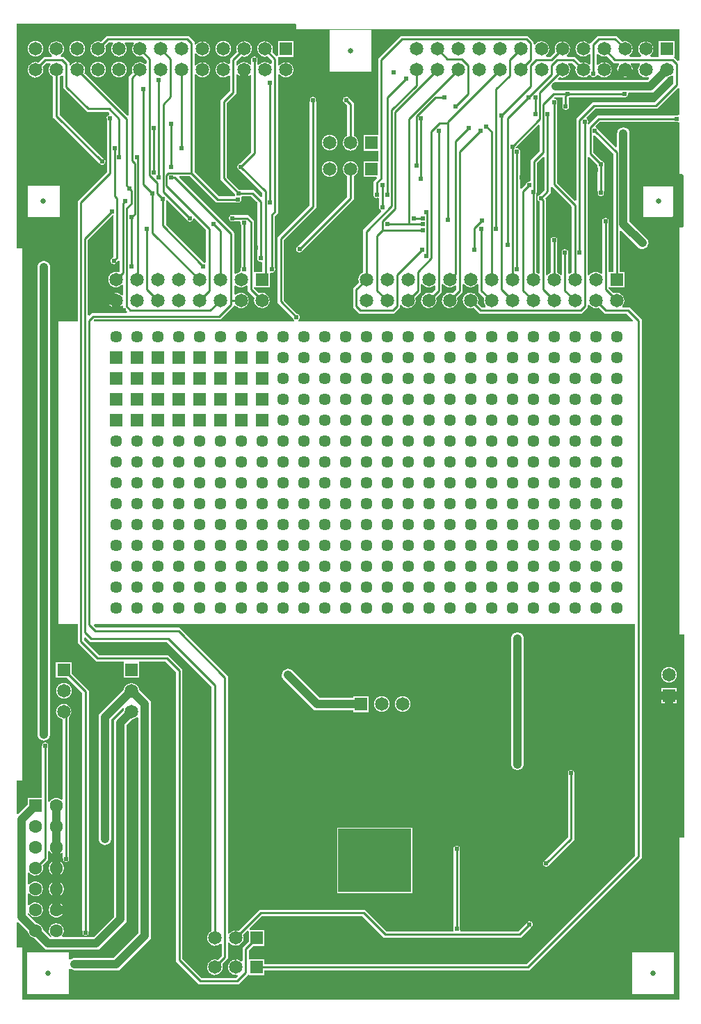
<source format=gbr>
G04 ================== begin FILE IDENTIFICATION RECORD ==================*
G04 Layout Name:  mlpmcu-Rev1.9.brd*
G04 Film Name:    LaPi-BOTTOM-Rev1-9-Final*
G04 File Format:  Gerber RS274X*
G04 File Origin:  Cadence Allegro 16.5-P002*
G04 Origin Date:  Wed Apr 10 14:32:15 2013*
G04 *
G04 Layer:  ETCH/BOTTOM*
G04 Layer:  PIN/BOTTOM*
G04 Layer:  VIA CLASS/BOTTOM*
G04 *
G04 Offset:    (0.00 0.00)*
G04 Mirror:    No*
G04 Mode:      Positive*
G04 Rotation:  0*
G04 FullContactRelief:  No*
G04 UndefLineWidth:     5.00*
G04 ================== end FILE IDENTIFICATION RECORD ====================*
%FSAX25Y25*MOIN*%
%IR0*IPPOS*OFA0.00000B0.00000*MIA0B0*SFA1.00000B1.00000*%
%ADD18C,.02*%
%ADD12C,.024*%
%ADD10C,.025*%
%ADD11C,.063*%
%ADD17R,.06X.06*%
%ADD13R,.063X.063*%
%ADD16C,.05709*%
%ADD14C,.06496*%
%ADD15R,.06496X.06496*%
%ADD19C,.01*%
%ADD20C,.04*%
%ADD22C,.075*%
%ADD25O,.06004X.66233*%
%ADD21C,.07304*%
%ADD23R,.20004X.20004*%
%ADD26R,.36004X.31504*%
%ADD24R,.075X.075*%
G75*
%LPD*%
G75*
G36*
G01X0002501Y0002501D02*
Y0027501D01*
X0000001D01*
Y0039289D01*
G02X0000684Y0039571I0000400J0D01*
G01X0005406Y0034849D01*
X0005418Y0034790D01*
G03X0008290Y0031918I0003582J0000710D01*
G01X0008349Y0031906D01*
X0013907Y0026348D01*
X0039350D01*
X0052782Y0039780D01*
Y0134037D01*
X0055532Y0136787D01*
X0055596Y0136798D01*
G03X0057572Y0137771I-0000595J0003702D01*
G02X0058246Y0137480I0000274J-0000291D01*
G01Y0034320D01*
X0046478Y0022552D01*
X0027721D01*
G03X0025674Y0021745I0000001J-0003002D01*
G02X0025002Y0022038I-0000272J0000293D01*
G01Y0025002D01*
X0004998D01*
Y0004998D01*
X0025002D01*
Y0017062D01*
G02X0025674Y0017355I0000400J0D01*
G03X0027721Y0016548I0002048J0002195D01*
G01X0048964D01*
X0064250Y0031834D01*
Y0145495D01*
X0058713Y0151032D01*
X0058702Y0151096D01*
G03X0051298I-0003702J-0000596D01*
G01X0051287Y0151032D01*
X0039318Y0139063D01*
Y0079465D01*
G03X0045322I0003002J0D01*
G01Y0136577D01*
X0050752Y0142007D01*
G02X0051417Y0141606I0000283J-0000283D01*
G03X0051298Y0141096I0003583J-0001105D01*
G01X0051287Y0141032D01*
X0046778Y0136523D01*
Y0042266D01*
X0036864Y0032352D01*
X0021977D01*
G02X0021683Y0033023I0J0000400D01*
G03X0016650Y0032705I-0002683J0002477D01*
G01X0016721Y0032645D01*
Y0032352D01*
X0016393D01*
X0012594Y0036151D01*
X0012582Y0036210D01*
G03X0009710Y0039082I-0003582J-0000710D01*
G01X0009651Y0039094D01*
X0005402Y0043343D01*
Y0043887D01*
X0005721D01*
X0005778Y0043781D01*
G03X0006117Y0047742I0003222J0001719D01*
G02X0005402Y0047988I-0000315J0000246D01*
G01Y0053012D01*
G02X0006117Y0053258I0000400J0D01*
G03Y0057742I0002883J0002242D01*
G02X0005402Y0057988I-0000315J0000246D01*
G01Y0063012D01*
G02X0006117Y0063258I0000400J0D01*
G03X0012457Y0066676I0002883J0002242D01*
G01X0012417Y0066794D01*
X0015152Y0069528D01*
Y0073373D01*
G02X0015892Y0073583I0000400J0D01*
G03X0021477Y0072817I0003108J0001917D01*
G02X0022148Y0072523I0000271J-0000294D01*
G01Y0070774D01*
G03X0025152I0001502J-0000801D01*
G01Y0137848D01*
G03X0021976Y0136787I-0002651J0002652D01*
G01X0022148Y0136762D01*
Y0098477D01*
G02X0021477Y0098183I-0000400J0D01*
G03X0015892Y0097417I-0002477J-0002683D01*
G02X0015152Y0097627I-0000340J0000210D01*
G01Y0123378D01*
G03X0012148I-0001502J0000801D01*
G01Y0099152D01*
X0005348D01*
Y0096093D01*
X0000684Y0091429D01*
G02X0000001Y0091711I-0000283J0000282D01*
G01Y0107499D01*
X0002501D01*
Y0182500D01*
X0009998D01*
Y0129500D01*
G03X0016002I0003002J0D01*
G01Y0182500D01*
X0029198D01*
Y0173427D01*
X0038078Y0164548D01*
X0051250D01*
Y0156750D01*
X0058750D01*
Y0164548D01*
X0071420D01*
X0076446Y0159521D01*
Y0020730D01*
X0087326Y0009850D01*
X0106370D01*
X0111004Y0014484D01*
X0111250Y0014382D01*
Y0014250D01*
X0118750D01*
Y0016498D01*
X0245622D01*
X0299502Y0070378D01*
Y0182500D01*
X0317499D01*
Y0177499D01*
X0319999D01*
Y0080001D01*
X0317499D01*
Y0002501D01*
X0002501D01*
G37*
G36*
G01Y0182500D02*
Y0327500D01*
X0009998D01*
Y0182500D01*
X0002501D01*
G37*
G36*
G01X0016002D02*
Y0327500D01*
X0020000D01*
Y0182500D01*
X0016002D01*
G37*
G36*
G01X0002501Y0327500D02*
Y0362501D01*
X0000001D01*
Y0469999D01*
X0133500D01*
X0133999Y0469500D01*
Y0467499D01*
X0317499D01*
Y0452586D01*
G02X0316816Y0452303I-0000400J0D01*
G01X0315116Y0454004D01*
X0315218Y0454250D01*
X0315250D01*
Y0461750D01*
X0307750D01*
Y0454250D01*
X0303949D01*
G02X0303713Y0454972I0J0000400D01*
G03X0299287I-0002213J0003028D01*
G02X0299051Y0454250I-0000236J-0000322D01*
G01X0293949D01*
G02X0293713Y0454972I0J0000400D01*
G03X0290132Y0461492I-0002212J0003029D01*
G01X0287374Y0464250D01*
X0278402D01*
X0274946Y0460793D01*
G02X0274253Y0460546I-0000399J0000025D01*
G03Y0455454I-0002753J-0002546D01*
G02X0274946Y0455182I0000293J-0000272D01*
G01Y0450818D01*
G02X0274253Y0450546I-0000400J0D01*
G03X0270132Y0451492I-0002753J-0002546D01*
G01X0267374Y0454250D01*
X0263949D01*
G02X0263713Y0454972I0J0000400D01*
G03X0257965Y0456749I-0002213J0003028D01*
G01X0258007Y0456630D01*
X0255626Y0454250D01*
X0253949D01*
G02X0253713Y0454972I0J0000400D01*
G03X0248472Y0460213I-0002213J0003028D01*
G02X0247749Y0460449I-0000323J0000236D01*
G01Y0461370D01*
X0244870Y0464250D01*
X0184126D01*
X0173246Y0453370D01*
Y0416750D01*
X0166250D01*
Y0409250D01*
X0173246D01*
Y0404250D01*
X0166250D01*
Y0396751D01*
X0172333D01*
G02X0172616Y0396068I0J-0000400D01*
G01X0171046Y0394498D01*
Y0389049D01*
G03X0173237Y0386692I0001502J-0000801D01*
G02X0173798Y0386326I0000161J-0000366D01*
G01Y0383022D01*
G03X0174671Y0380639I0001502J-0000801D01*
G02X0174806Y0379985I-0000148J-0000371D01*
G01X0165998Y0371177D01*
Y0350936D01*
G03X0163965Y0346249I0001502J-0003436D01*
G01X0164007Y0346130D01*
X0161250Y0343374D01*
Y0334130D01*
X0164130Y0331250D01*
X0180870D01*
X0183750Y0334130D01*
Y0335051D01*
G02X0184472Y0335287I0000400J0D01*
G03X0191035Y0338751I0003028J0002213D01*
G01X0190993Y0338870D01*
X0193750Y0341626D01*
Y0345051D01*
G02X0194472Y0345287I0000400J0D01*
G03X0200072Y0344771I0003028J0002213D01*
G02X0200746Y0344480I0000274J-0000291D01*
G01Y0342870D01*
X0198870Y0340993D01*
X0198751Y0341035D01*
G03X0201035Y0338751I-0001251J-0003535D01*
G01X0200993Y0338870D01*
X0203750Y0341626D01*
Y0345051D01*
G02X0204472Y0345287I0000400J0D01*
G03X0210072Y0344771I0003028J0002213D01*
G02X0210746Y0344480I0000274J-0000291D01*
G01Y0342870D01*
X0208870Y0340993D01*
X0208751Y0341035D01*
G03X0211035Y0338751I-0001251J-0003535D01*
G01X0210993Y0338870D01*
X0213750Y0341626D01*
Y0345051D01*
G02X0214472Y0345287I0000400J0D01*
G03X0220528I0003028J0002213D01*
G02X0221250Y0345051I0000322J-0000236D01*
G01Y0341626D01*
X0224007Y0338870D01*
X0223965Y0338751D01*
G03X0224771Y0334928I0003535J-0001251D01*
G02X0224480Y0334254I-0000291J-0000274D01*
G01X0222870D01*
X0220993Y0336130D01*
X0221035Y0336249D01*
G03X0218751Y0333965I-0003535J0001251D01*
G01X0218870Y0334007D01*
X0221626Y0331250D01*
X0270870D01*
X0273750Y0334130D01*
Y0335051D01*
G02X0274472Y0335287I0000400J0D01*
G03X0278751Y0333965I0003027J0002213D01*
G01X0278870Y0334007D01*
X0281626Y0331250D01*
X0292378D01*
X0295444Y0328184D01*
G02X0295161Y0327502I-0000283J-0000282D01*
G01X0135365D01*
G02X0135105Y0328206I0J0000400D01*
G03X0134539Y0331114I-0001105J0001294D01*
G01X0134494Y0331129D01*
X0128002Y0337622D01*
Y0366374D01*
X0143502Y0381874D01*
Y0432699D01*
G03X0140498I-0001502J0000801D01*
G01Y0383118D01*
X0124998Y0367618D01*
Y0336378D01*
X0132371Y0329006D01*
X0132386Y0328961D01*
G03X0132895Y0328206I0001614J0000539D01*
G02X0132635Y0327502I-0000260J-0000304D01*
G01X0037191D01*
G02X0036908Y0328184I0J0000400D01*
G01X0037122Y0328398D01*
X0097774D01*
X0104254Y0334878D01*
Y0335186D01*
X0104548D01*
X0104608Y0335113D01*
G03X0104928Y0340229I0002892J0002387D01*
G02X0104254Y0340520I-0000274J0000291D01*
G01Y0344480D01*
G02X0104928Y0344771I0000400J0D01*
G03X0110072I0002572J0002729D01*
G02X0110746Y0344480I0000274J-0000291D01*
G01Y0342130D01*
X0114007Y0338870D01*
X0113965Y0338751D01*
G03X0116249Y0341035I0003535J-0001251D01*
G01X0116130Y0340993D01*
X0113750Y0343374D01*
Y0343750D01*
X0121250D01*
Y0350433D01*
G02X0121763Y0350816I0000400J0D01*
G03X0123750Y0353249I0000485J0001632D01*
G01Y0377878D01*
X0125250Y0379378D01*
Y0445551D01*
G02X0125972Y0445787I0000400J0D01*
G03Y0450213I0003028J0002213D01*
G02X0125250Y0450449I-0000322J0000236D01*
G01Y0453874D01*
X0125214Y0453909D01*
G02X0125356Y0454250I0000142J0000141D01*
G01X0132750D01*
Y0461750D01*
X0125250D01*
Y0454839D01*
G02X0124568Y0454556I-0000400J0D01*
G01X0122493Y0456630D01*
X0122535Y0456749D01*
G03X0120251Y0454465I-0003535J0001251D01*
G01X0120370Y0454507D01*
X0122246Y0452630D01*
Y0451020D01*
G02X0121572Y0450729I-0000400J0D01*
G03X0116153Y0450441I-0002572J-0002729D01*
G02X0115450Y0450701I-0000303J0000260D01*
G01Y0451947D01*
G03X0112446I-0001502J0000801D01*
G01Y0450818D01*
G02X0111753Y0450546I-0000400J0D01*
G03X0105972Y0450213I-0002753J-0002546D01*
G02X0105250Y0450449I-0000322J0000236D01*
G01Y0452126D01*
X0107630Y0454507D01*
X0107749Y0454465D01*
G03X0105465Y0456749I0001251J0003535D01*
G01X0105507Y0456630D01*
X0102246Y0453370D01*
Y0451020D01*
G02X0101572Y0450729I-0000400J0D01*
G03Y0445271I-0002572J-0002729D01*
G02X0102246Y0444980I0000274J-0000291D01*
G01Y0437886D01*
X0097708Y0433348D01*
Y0395360D01*
X0104693Y0388376D01*
X0104708Y0388331D01*
G03X0104824Y0388061I0001616J0000534D01*
G02X0104472Y0387472I-0000352J-0000189D01*
G01X0096939D01*
X0085250Y0399161D01*
Y0445551D01*
G02X0085972Y0445787I0000400J0D01*
G03Y0450213I0003028J0002213D01*
G02X0085250Y0450449I-0000322J0000236D01*
G01Y0455551D01*
G02X0085972Y0455787I0000400J0D01*
G03Y0460213I0003028J0002213D01*
G02X0085250Y0460449I-0000322J0000236D01*
G01Y0461370D01*
X0082370Y0464250D01*
X0043126D01*
X0040370Y0461493D01*
X0040251Y0461535D01*
G03X0042535Y0459251I-0001251J-0003535D01*
G01X0042493Y0459370D01*
X0044370Y0461246D01*
X0045980D01*
G02X0046271Y0460572I0J-0000400D01*
G03X0051729I0002729J-0002572D01*
G02X0052020Y0461246I0000291J0000274D01*
G01X0055980D01*
G02X0056271Y0460572I0J-0000400D01*
G03X0060251Y0454465I0002729J-0002572D01*
G01X0060370Y0454507D01*
X0062246Y0452630D01*
Y0451020D01*
G02X0061572Y0450729I-0000400J0D01*
G03X0055465Y0446749I-0002572J-0002729D01*
G01X0055507Y0446630D01*
X0053798Y0444922D01*
Y0426291D01*
G02X0053116Y0426008I-0000400J0D01*
G01X0032493Y0446630D01*
X0032535Y0446749D01*
G03X0025972Y0450213I-0003535J0001251D01*
G02X0025250Y0450449I-0000322J0000236D01*
G01Y0451370D01*
X0022370Y0454250D01*
X0021449D01*
G02X0021213Y0454972I0J0000400D01*
G03X0016787I-0002213J0003028D01*
G02X0016551Y0454250I-0000236J-0000322D01*
G01X0013126D01*
X0010370Y0451493D01*
X0010251Y0451535D01*
G03X0012535Y0449251I-0001251J-0003535D01*
G01X0012493Y0449370D01*
X0014370Y0451246D01*
X0015980D01*
G02X0016271Y0450572I0J-0000400D01*
G03X0017498Y0444564I0002729J-0002572D01*
G01Y0425307D01*
X0039284Y0403522D01*
X0039299Y0403477D01*
G03X0041452Y0405630I0001614J0000539D01*
G01X0041407Y0405645D01*
X0020502Y0426551D01*
Y0444564D01*
G03X0021572Y0445271I-0001502J0003436D01*
G02X0022246Y0444980I0000274J-0000291D01*
G01Y0439339D01*
X0033648Y0427938D01*
X0043648D01*
X0044523Y0427062D01*
G02X0044328Y0426389I-0000283J-0000283D01*
G03X0043198Y0423927I0000371J-0001661D01*
G01Y0399003D01*
X0029198Y0385004D01*
Y0327500D01*
X0016002D01*
Y0353500D01*
G03X0009998I-0003002J0D01*
G01Y0327500D01*
X0002501D01*
G37*
G36*
G01X0088570Y0012854D02*
X0079450Y0021974D01*
Y0160765D01*
X0072664Y0167550D01*
X0039322D01*
X0032202Y0174671D01*
Y0175719D01*
G02X0032884Y0176002I0000400J0D01*
G01X0034978Y0173908D01*
X0071978D01*
X0093498Y0152388D01*
Y0035436D01*
G03X0097572Y0029271I0001502J-0003436D01*
G02X0098246Y0028980I0000274J-0000291D01*
G01Y0023370D01*
X0096370Y0021493D01*
X0096251Y0021535D01*
G03X0098492Y0019368I-0001250J-0003535D01*
G01X0101250Y0022126D01*
Y0029551D01*
G02X0101972Y0029787I0000400J0D01*
G03X0108535Y0033251I0003028J0002213D01*
G01X0108493Y0033370D01*
X0110568Y0035444D01*
G02X0111250Y0035161I0000282J-0000283D01*
G01Y0030374D01*
X0108246Y0027370D01*
Y0021020D01*
G02X0107572Y0020729I-0000400J0D01*
G03X0105543Y0014289I-0002572J-0002729D01*
G02X0105883Y0013611I0000057J-0000396D01*
G01X0105126Y0012854D01*
X0088570D01*
G37*
G36*
G01X0118750Y0019502D02*
Y0021750D01*
X0111250D01*
Y0026126D01*
X0113374Y0028250D01*
X0118750D01*
Y0035750D01*
X0111839D01*
G02X0111556Y0036432I0J0000400D01*
G01X0117701Y0042578D01*
X0165679D01*
X0176079Y0032178D01*
X0241653D01*
X0246325Y0036850D01*
X0246370Y0036865D01*
G03X0244217Y0039018I-0000539J0001614D01*
G01X0244202Y0038973D01*
X0240409Y0035180D01*
X0212783D01*
G02X0212437Y0035781I0J0000400D01*
G03X0212466Y0037436I-0001472J0000854D01*
G01Y0073864D01*
G03X0209464I-0001501J0000801D01*
G01Y0037436D01*
G03X0209493Y0035781I0001501J-0000801D01*
G02X0209147Y0035180I-0000346J-0000201D01*
G01X0177323D01*
X0166923Y0045580D01*
X0116457D01*
X0106370Y0035493D01*
X0106251Y0035535D01*
G03X0101972Y0034213I-0001252J-0003535D01*
G02X0101250Y0034449I-0000322J0000236D01*
G01Y0157584D01*
X0078122Y0180712D01*
X0038122D01*
X0037018Y0181816D01*
G02X0037301Y0182498I0000283J0000282D01*
G01X0296498D01*
Y0071622D01*
X0244378Y0019502D01*
X0118750D01*
G37*
G36*
G01X0034101Y0366408D02*
X0046046Y0378353D01*
X0046091Y0378368D01*
G03X0046220Y0378417I-0000539J0001614D01*
G01X0046258Y0378433D01*
X0046498D01*
Y0358622D01*
X0046006Y0358129D01*
X0045961Y0358114D01*
G03X0048114Y0355961I0000539J-0001614D01*
G01X0048129Y0356006D01*
X0048760Y0356636D01*
G02X0049442Y0356353I0000282J-0000283D01*
G01Y0351566D01*
X0048870Y0350993D01*
X0048751Y0351035D01*
G03X0050300Y0345005I-0001251J-0003535D01*
G02X0050998Y0344739I0000298J-0000266D01*
G01Y0340261D01*
G02X0050300Y0339995I-0000400J0D01*
G03Y0335005I-0002800J-0002495D01*
G02X0050998Y0334739I0000298J-0000266D01*
G01Y0334090D01*
X0053004Y0332084D01*
G02X0052721Y0331402I-0000283J-0000282D01*
G01X0035878D01*
X0034784Y0330308D01*
G02X0034101Y0330591I-0000283J0000283D01*
G01Y0366408D01*
G37*
G36*
G01X0089961Y0355577D02*
X0071592Y0373947D01*
Y0385301D01*
G03X0071705Y0385566I-0001503J0000798D01*
G01X0071720Y0385611D01*
X0071895Y0385785D01*
X0081259Y0376422D01*
X0081274Y0376377D01*
G03X0084555Y0376571I0001614J0000539D01*
G02X0085229Y0376773I0000391J-0000081D01*
G01X0090746Y0371256D01*
Y0355857D01*
G02X0090179Y0355494I-0000400J0D01*
G03X0090006Y0355562I-0000708J-0001548D01*
G01X0089961Y0355577D01*
G37*
G36*
G01X0104928Y0350229D02*
G02X0104254Y0350520I-0000274J0000291D01*
G01Y0369940D01*
X0077839Y0396355D01*
G02X0078122Y0397038I0000283J0000283D01*
G01X0083126D01*
X0095695Y0384468D01*
X0105309D01*
G03X0107608Y0386779I0000801J0001502D01*
G02X0107960Y0387368I0000352J0000189D01*
G01X0112378D01*
X0115498Y0384248D01*
Y0358449D01*
G03X0117242Y0355963I0001502J-0000801D01*
G02X0117698Y0355567I0000056J-0000396D01*
G01Y0351250D01*
X0113750D01*
Y0375600D01*
X0110932Y0378418D01*
X0104111D01*
G03Y0375414I-0000801J-0001502D01*
G01X0106928D01*
G02X0107324Y0374958I0J-0000400D01*
G03X0107508Y0373915I0001685J-0000241D01*
G01Y0353249D01*
G03X0107442Y0351784I0001501J-0000802D01*
G02X0107115Y0351230I-0000368J-0000156D01*
G03X0104928Y0350229I0000385J-0003730D01*
G37*
G36*
G01X0117698Y0387261D02*
G02X0117016Y0386978I-0000400J0D01*
G01X0113622Y0390372D01*
X0107123D01*
G03X0106861Y0390484I-0000798J-0001503D01*
G01X0106816Y0390499D01*
X0100712Y0396604D01*
Y0432104D01*
X0105250Y0436642D01*
Y0445551D01*
G02X0105972Y0445787I0000400J0D01*
G03X0111753Y0445454I0003028J0002213D01*
G02X0112446Y0445182I0000293J-0000272D01*
G01Y0408617D01*
X0106916Y0403086D01*
X0106871Y0403071D01*
G03Y0399843I0000539J-0001614D01*
G01X0106916Y0399828D01*
X0117698Y0389045D01*
Y0387261D01*
G37*
G36*
G01X0241202Y0407929D02*
G03X0239319Y0410389I-0001502J0000801D01*
G02X0239088Y0410656I-0000044J0000195D01*
G03X0239114Y0410729I-0001590J0000607D01*
G01X0239129Y0410774D01*
X0250064Y0421708D01*
G02X0250746Y0421425I0000282J-0000283D01*
G01Y0409122D01*
X0246398Y0404774D01*
Y0394849D01*
G02X0245933Y0394455I-0000400J0D01*
G03X0244038Y0393315I-0000281J-0001679D01*
G01X0244023Y0393270D01*
X0241884Y0391132D01*
G02X0241202Y0391415I-0000282J0000283D01*
G01Y0407929D01*
G37*
G36*
G01X0252946Y0390298D02*
X0250754Y0388105D01*
X0250709Y0388090D01*
G03X0250620Y0384894I0000539J-0001614D01*
G01X0250746Y0384844D01*
Y0350520D01*
G02X0250072Y0350229I-0000400J0D01*
G03X0249002Y0350936I-0002572J-0002729D01*
G01Y0388825D01*
G03X0249114Y0389087I-0001503J0000798D01*
G01X0249129Y0389132D01*
X0249402Y0389404D01*
Y0403530D01*
X0252264Y0406392D01*
G02X0252946Y0406109I0000282J-0000283D01*
G01Y0390298D01*
G37*
G36*
G01X0253750Y0349949D02*
Y0386098D01*
X0253371Y0386476D01*
X0255950Y0389054D01*
Y0391621D01*
G02X0256632Y0391904I0000400J0D01*
G01X0265998Y0382538D01*
Y0350936D01*
G03X0264928Y0350229I0001502J-0003436D01*
G02X0264254Y0350520I-0000274J0000291D01*
G01Y0359699D01*
G03X0261250I-0001502J0000801D01*
G01Y0349949D01*
G02X0260528Y0349713I-0000400J0D01*
G03X0259002Y0350936I-0003027J-0002214D01*
G01Y0365659D01*
G03X0255998I-0001502J0000801D01*
G01Y0350936D01*
G03X0254472Y0349713I0001501J-0003437D01*
G02X0253750Y0349949I-0000322J0000236D01*
G37*
G36*
G01X0304865Y0437120D02*
X0312032Y0444287D01*
X0312096Y0444298D01*
G03X0314072Y0445271I-0000595J0003702D01*
G02X0314746Y0444980I0000274J-0000291D01*
G01Y0441444D01*
X0305626Y0432324D01*
X0276078D01*
X0268198Y0424444D01*
Y0385551D01*
G02X0267516Y0385268I-0000400J0D01*
G01X0259002Y0393782D01*
Y0431827D01*
G03X0257720Y0434316I-0001502J0000801D01*
G01X0257653Y0434324D01*
X0257463Y0434514D01*
X0257870Y0434920D01*
X0261650D01*
Y0431229D01*
G03X0264654I0001502J-0000801D01*
G01Y0434820D01*
X0264770Y0434874D01*
G03X0264865Y0434920I-0000694J0001554D01*
G01X0290487D01*
G03X0292973Y0436664I0000801J0001502D01*
G02X0293369Y0437120I0000396J0000056D01*
G01X0304865D01*
G37*
G36*
G01X0259713Y0443124D02*
G02X0259430Y0443806I0J0000400D01*
G01X0260132Y0444508D01*
G03X0264229Y0450572I0001368J0003492D01*
G02X0264520Y0451246I0000291J0000274D01*
G01X0266130D01*
X0268008Y0449368D01*
G03X0274278Y0445481I0003492J-0001368D01*
G02X0274931Y0445393I0000296J-0000269D01*
G03X0277995Y0445455I0001517J0000771D01*
G02X0278661Y0445549I0000363J-0000167D01*
G03X0278653Y0450441I0002839J0002451D01*
G02X0277950Y0450701I-0000303J0000260D01*
G01Y0455299D01*
G02X0278653Y0455559I0000400J0D01*
G03X0282751Y0454465I0002847J0002441D01*
G01X0282870Y0454507D01*
X0286130Y0451246D01*
X0288480D01*
G02X0288771Y0450572I0J-0000400D01*
G03X0294229I0002729J-0002572D01*
G02X0294520Y0451246I0000291J0000274D01*
G01X0298480D01*
G02X0298771Y0450572I0J-0000400D01*
G03X0302606Y0444417I0002729J-0002572D01*
G02X0303007Y0443752I0000118J-0000382D01*
G01X0302379Y0443124D01*
X0259713D01*
G37*
G36*
G01X0299502Y0182500D02*
Y0327500D01*
X0317499D01*
Y0182500D01*
X0299502D01*
G37*
G36*
G01Y0327500D02*
Y0328374D01*
X0293622Y0334254D01*
X0290520D01*
G02X0290229Y0334928I0J0000400D01*
G03X0286132Y0340992I-0002729J0002572D01*
G01X0283750Y0343374D01*
Y0343750D01*
X0291250D01*
Y0351250D01*
X0289002D01*
Y0370636D01*
G02X0289684Y0370919I0000400J0D01*
G01X0297726Y0362878D01*
G03X0301970Y0367122I0002122J0002122D01*
G01X0293788Y0375304D01*
Y0417501D01*
G03X0287786I-0003001J0D01*
G01Y0411133D01*
G02X0287103Y0410850I-0000400J0D01*
G01X0278730Y0419222D01*
X0278715Y0419267D01*
G03X0277589Y0420359I-0001615J-0000538D01*
G02X0277421Y0421025I0000115J0000383D01*
G01X0279523Y0423126D01*
X0315447D01*
G03X0316937Y0423072I0000800J0001502D01*
G02X0317499Y0422706I0000162J-0000366D01*
G01Y0397999D01*
X0319000D01*
X0319499Y0397500D01*
Y0373000D01*
X0319000Y0372501D01*
X0317499D01*
Y0327500D01*
X0299502D01*
G37*
G36*
G01X0273750Y0349949D02*
Y0405961D01*
G02X0274432Y0406244I0000400J0D01*
G01X0278371Y0402306D01*
X0278386Y0402261D01*
G03X0278498Y0401999I0001615J0000536D01*
G01Y0389801D01*
G03X0281502I0001502J-0000801D01*
G01Y0401999D01*
G03X0280539Y0404414I-0001502J0000801D01*
G01X0280494Y0404429D01*
X0276402Y0408521D01*
Y0416337D01*
G02X0277085Y0416620I0000400J0D01*
G01X0285998Y0407707D01*
Y0351250D01*
X0283750D01*
Y0374660D01*
G03X0280746I-0001502J0000801D01*
G01Y0350520D01*
G02X0280072Y0350229I-0000400J0D01*
G03X0274472Y0349713I-0002572J-0002729D01*
G02X0273750Y0349949I-0000322J0000236D01*
G37*
G36*
G01Y0422083D02*
Y0422325D01*
X0273771Y0422367D01*
G03X0273207Y0424534I-0001523J0000761D01*
G02X0273149Y0425148I0000225J0000331D01*
G01X0277322Y0429320D01*
X0306870D01*
X0316816Y0439267D01*
G02X0317499Y0438984I0000283J-0000283D01*
G01Y0426550D01*
G02X0316937Y0426184I-0000400J0D01*
G03X0315447Y0426130I-0000690J-0001556D01*
G01X0278279D01*
X0274091Y0421941D01*
G02X0273750Y0422083I-0000141J0000142D01*
G37*
%LPC*%
G75*
G36*
G01X0026250Y0164250D02*
Y0158874D01*
X0034502Y0150622D01*
Y0035388D01*
G02X0031498I-0001502J-0000801D01*
G01Y0149378D01*
X0024126Y0156750D01*
X0018750D01*
Y0164250D01*
X0026250D01*
G37*
G36*
G01X0161502Y0432122D02*
Y0416436D01*
G02X0158498I-0001502J-0003436D01*
G01Y0430878D01*
X0157506Y0431871D01*
X0157461Y0431886D01*
G02X0159614Y0434039I0000539J0001614D01*
G01X0159629Y0433994D01*
X0161502Y0432122D01*
G37*
G36*
G01X0005498Y0377498D02*
Y0384157D01*
X0005497Y0384169D01*
G02Y0385831I0007003J0000831D01*
G01X0005498Y0385843D01*
Y0392502D01*
X0020502D01*
Y0377498D01*
X0005498D01*
G37*
G36*
G01X0134961Y0363665D02*
X0135006Y0363680D01*
X0158498Y0387173D01*
Y0397064D01*
G02X0161502I0001502J0003436D01*
G01Y0385929D01*
X0137129Y0361557D01*
X0137114Y0361512D01*
G02X0134961Y0363665I-0001614J0000539D01*
G37*
G36*
G01X0168750Y0147750D02*
Y0140250D01*
X0161250D01*
Y0140998D01*
X0142757D01*
X0127878Y0155878D01*
G02X0132122Y0160122I0002122J0002122D01*
G01X0145243Y0147002D01*
X0161250D01*
Y0147750D01*
X0168750D01*
G37*
G36*
G01X0253282Y0069338D02*
X0253327Y0069353D01*
X0264198Y0080224D01*
Y0110199D01*
G02X0267200I0001501J0000801D01*
G01Y0078980D01*
X0255450Y0067230D01*
X0255435Y0067185D01*
G02X0253282Y0069338I-0001614J0000539D01*
G37*
G36*
G01X0314502Y0377999D02*
X0314001Y0377498D01*
X0300498D01*
Y0384157D01*
X0300497Y0384169D01*
G02Y0385831I0007003J0000831D01*
G01X0300498Y0385843D01*
Y0392002D01*
X0306657D01*
X0306669Y0392003D01*
G02X0308331I0000831J-0007003D01*
G01X0308343Y0392002D01*
X0314502D01*
Y0385843D01*
X0314503Y0385831D01*
G02Y0384169I-0007003J-0000831D01*
G01X0314502Y0384157D01*
Y0377999D01*
G37*
G54D22*
X0022500Y0150500D03*
X0312500Y0158000D03*
X0009000Y0458000D03*
X0029000D03*
X0039000Y0448000D03*
X0049000D03*
X0099000Y0458000D03*
X0150000Y0400500D03*
Y0413000D03*
X0175000Y0144000D03*
X0185000D03*
G54D25*
X0240102Y0145386D03*
G54D21*
X0019000Y0045500D03*
Y0055500D03*
Y0065500D03*
G54D23*
X0305000Y0015000D03*
X0160000Y0457000D03*
G54D26*
X0171500Y0069250D03*
G54D24*
X0312500Y0148000D03*
%LPD*%
G75*
G36*
G01X0189000Y0084500D02*
Y0054000D01*
X0154000D01*
Y0084500D01*
X0189000D01*
G37*
G54D10*
X0015000Y0015000D03*
X0012500Y0385000D03*
X0160000Y0457000D03*
X0305000Y0015000D03*
X0307500Y0385000D03*
G54D20*
G01X0009000Y0035500D02*
X0002400Y0042100D01*
Y0088900D01*
X0009000Y0095500D01*
G01Y0035500D02*
X0015150Y0029350D01*
X0038107D01*
X0049780Y0041023D01*
Y0051023D01*
G01X0019000Y0055500D02*
Y0045500D01*
G01X0022852D02*
X0019000D01*
G01X0027721Y0019550D02*
X0047721D01*
X0061248Y0033077D01*
Y0144252D01*
X0055000Y0150500D01*
G01X0019000Y0065500D02*
Y0055500D01*
G01Y0075500D02*
Y0065500D01*
G01Y0085500D02*
Y0075500D01*
G01Y0095500D02*
Y0085500D01*
G01X0013000Y0353500D02*
Y0129500D01*
G01X0049780Y0051023D02*
Y0135280D01*
X0055000Y0140500D01*
G01X0042320Y0079465D02*
Y0137820D01*
X0055000Y0150500D01*
G01X0040343Y0368100D02*
Y0344657D01*
G01D02*
X0047500Y0337500D01*
G01Y0333550D02*
Y0337500D01*
G01X0043550D02*
X0047500D01*
G01X0110969Y0177000D02*
X0217507D01*
G01X0110000Y0393500D02*
X0103710Y0399790D01*
Y0424495D01*
X0109000Y0429785D01*
G01D02*
Y0448000D01*
G01X0165000Y0144000D02*
X0144000D01*
X0130000Y0158000D01*
G01X0130500Y0350500D02*
X0155600D01*
G01X0246179Y0047695D02*
X0239260Y0040776D01*
G01X0217507Y0177000D02*
Y0100000D01*
G01D02*
X0249879D01*
G01X0240102Y0175501D02*
Y0115272D01*
G01X0217507Y0177000D02*
X0232532D01*
G01X0246179Y0047695D02*
X0249753Y0044121D01*
Y0034779D01*
G01X0249879Y0091031D02*
Y0060869D01*
G01D02*
X0246179Y0057169D01*
Y0047695D01*
G01X0249879Y0091031D02*
Y0100000D01*
G01D02*
X0261300D01*
G01X0311500Y0448000D02*
X0303622Y0440122D01*
X0258247D01*
G01X0303300Y0327800D02*
X0294948Y0336152D01*
G01X0290787Y0417501D02*
Y0374061D01*
X0299848Y0365000D01*
G01X0289000Y0445000D02*
Y0445500D01*
X0291500Y0448000D01*
G01X0296000Y0445000D02*
X0294500D01*
G01D02*
X0291500Y0448000D01*
G01X0303300Y0169800D02*
Y0148000D01*
G01X0312500Y0144050D02*
Y0148000D01*
G01X0308550D02*
X0312500D01*
G01D02*
X0316450D01*
G01X0303300Y0246300D02*
Y0193700D01*
G01D02*
Y0169800D01*
G01Y0306300D02*
Y0246300D01*
G01Y0306300D02*
Y0327800D01*
G54D11*
X0019000Y0035500D03*
X0009000D03*
X0019000Y0045500D03*
X0009000D03*
X0019000Y0055500D03*
X0009000D03*
X0019000Y0065500D03*
X0009000D03*
X0019000Y0075500D03*
X0009000D03*
X0019000Y0085500D03*
X0009000D03*
X0019000Y0095500D03*
G54D12*
X0022800Y0040800D03*
X0027721Y0019550D03*
X0026800Y0075300D03*
Y0065300D03*
Y0055300D03*
X0023650Y0069973D03*
X0018800Y0104300D03*
X0026800Y0085800D03*
X0013650Y0124179D03*
X0018800Y0111300D03*
X0013000Y0129500D03*
X0007800Y0186300D03*
Y0247800D03*
X0007300Y0316300D03*
X0025800Y0334800D03*
X0003800Y0329800D03*
X0018000Y0334500D03*
Y0319500D03*
X0003800Y0325800D03*
X0021800Y0362300D03*
X0005800Y0362800D03*
X0013800Y0374300D03*
X0013000Y0353500D03*
X0026800Y0377300D03*
X0029800Y0394800D03*
X0013300Y0395300D03*
X0040800Y0045800D03*
X0033000Y0034587D03*
X0049780Y0051023D03*
X0042300Y0064800D03*
X0044800Y0053300D03*
X0037300Y0085800D03*
X0042320Y0079465D03*
X0040800Y0170800D03*
X0038800Y0334300D03*
X0038300Y0342300D03*
X0051300Y0332800D03*
X0055048Y0353948D03*
X0040343Y0368100D03*
X0046500Y0356500D03*
X0055048Y0377500D03*
X0052002Y0385164D03*
X0040913Y0404016D03*
X0045552Y0379982D03*
X0054056Y0391220D03*
X0049099Y0406216D03*
X0057500D03*
X0046899Y0410616D03*
X0044699Y0424728D03*
X0060500Y0438881D03*
X0070800Y0011300D03*
X0087300Y0043300D03*
X0070300Y0031300D03*
Y0020800D03*
X0086800Y0074300D03*
X0086300Y0128800D03*
X0083300Y0156300D03*
X0085800Y0141800D03*
X0069800Y0169800D03*
X0080300Y0371800D03*
X0086300Y0364800D03*
X0062248Y0371801D03*
X0082888Y0376916D03*
X0089467Y0353948D03*
X0073890Y0401457D03*
X0065790Y0398898D03*
X0073890Y0396339D03*
X0067990D03*
X0065048Y0388661D03*
X0070090Y0386102D03*
X0073890Y0422000D03*
X0065790Y0420000D03*
X0079000Y0410616D03*
X0088300Y0437300D03*
X0067990Y0443052D03*
X0110969Y0177000D03*
X0114800Y0362800D03*
X0094448Y0374000D03*
X0117000Y0357648D03*
X0109009Y0352448D03*
Y0374716D03*
X0103310Y0376916D03*
X0114300Y0383800D03*
X0110000Y0393500D03*
X0121400Y0384633D03*
X0106110Y0385970D03*
X0106322Y0388870D03*
X0107410Y0401457D03*
X0096800Y0437300D03*
X0121400Y0441960D03*
X0113948Y0452748D03*
X0150800Y0051300D03*
X0148300Y0074800D03*
X0128800Y0075300D03*
X0149800Y0068800D03*
X0128800Y0085800D03*
X0148300D03*
X0151800Y0119300D03*
X0130000Y0158000D03*
X0134000Y0329500D03*
X0145300Y0332300D03*
X0135500Y0362051D03*
X0125800Y0371800D03*
X0146300Y0355300D03*
X0130500Y0350500D03*
X0122248Y0352448D03*
X0132300Y0387800D03*
X0129300Y0401300D03*
X0132800Y0377800D03*
X0145800Y0380300D03*
X0142000Y0433500D03*
X0131300Y0432300D03*
X0145800Y0452300D03*
Y0462800D03*
X0171300Y0049300D03*
X0171800Y0102300D03*
X0171300Y0086800D03*
X0171800Y0135300D03*
X0163300Y0109800D03*
Y0127300D03*
X0159300Y0337300D03*
X0167800Y0329800D03*
X0157800Y0355300D03*
X0157300Y0375300D03*
X0155600Y0350500D03*
X0177500Y0374074D03*
X0154800Y0406800D03*
X0175300Y0382221D03*
Y0392776D03*
X0177592Y0388169D03*
X0172548Y0388248D03*
X0158000Y0433500D03*
X0180800Y0446800D03*
Y0464800D03*
X0172800Y0456300D03*
Y0462800D03*
X0210965Y0036635D03*
X0191800Y0050800D03*
X0193300Y0068800D03*
X0210965Y0074665D03*
X0192800Y0081800D03*
X0197800Y0329800D03*
X0196450Y0358948D03*
X0190200Y0376972D03*
X0194600D03*
X0206583Y0376272D03*
X0194600Y0374072D03*
Y0371172D03*
X0194400Y0361848D03*
X0196450Y0379872D03*
X0191572Y0402224D03*
X0193772Y0395925D03*
X0205073Y0434828D03*
X0193772Y0424728D03*
X0210248Y0430428D03*
X0202248Y0418728D03*
X0186552Y0443822D03*
X0239260Y0040776D03*
X0223800Y0065800D03*
Y0051300D03*
X0235300Y0076300D03*
X0234300Y0087800D03*
X0224300Y0090800D03*
X0214800Y0094300D03*
X0224300Y0078300D03*
X0229300Y0087800D03*
X0217507Y0100000D03*
X0240102Y0115272D03*
X0223800Y0112800D03*
X0214800Y0108800D03*
X0240102Y0175501D03*
X0232532Y0177000D03*
X0227300Y0329800D03*
X0239700Y0352448D03*
X0222752Y0371972D03*
X0229700D03*
X0235300Y0364200D03*
X0219467Y0361848D03*
X0222874Y0375672D03*
X0242000Y0396375D03*
X0239700Y0408730D03*
X0237500Y0411268D03*
X0222331Y0418728D03*
X0216575Y0420029D03*
X0232248Y0426128D03*
X0224951Y0420928D03*
X0247300Y0032300D03*
X0249753Y0034779D03*
X0245831Y0038479D03*
X0252800Y0061300D03*
X0249879Y0060869D03*
X0253821Y0067724D03*
X0268800Y0099800D03*
X0261300Y0100000D03*
X0249879Y0091031D03*
X0265699Y0111000D03*
X0257300Y0329800D03*
X0269700Y0360500D03*
X0262752D03*
X0257500Y0366460D03*
X0259300Y0381800D03*
X0250800Y0395800D03*
X0263000Y0397375D03*
X0251248Y0386476D03*
X0247500Y0389626D03*
X0245652Y0392776D03*
X0265800Y0409300D03*
X0245216Y0434828D03*
X0257500Y0432628D03*
X0248548Y0434828D03*
Y0426928D03*
X0254448D03*
X0263152Y0430428D03*
X0264064Y0436422D03*
X0258247Y0440122D03*
X0284800Y0008300D03*
X0300800Y0037300D03*
X0284800D03*
Y0022300D03*
X0275800Y0065800D03*
X0300300Y0050300D03*
X0284800D03*
X0286300Y0071800D03*
X0283799Y0066700D03*
X0293800Y0100800D03*
X0293300Y0134300D03*
Y0125800D03*
X0292800Y0151800D03*
X0276300Y0142800D03*
X0290800D03*
X0287800Y0329800D03*
X0294948Y0336152D03*
X0291300Y0363800D03*
X0277300Y0358300D03*
X0282248Y0375461D03*
X0299848Y0365000D03*
X0297800Y0384800D03*
X0277800Y0400300D03*
X0278300Y0380300D03*
X0280000Y0389000D03*
Y0402800D03*
X0285000Y0428000D03*
X0272248Y0423128D03*
X0277101Y0418728D03*
X0291288Y0436422D03*
X0290787Y0417501D03*
X0289000Y0445000D03*
X0296000D03*
X0276448Y0446164D03*
X0315300Y0037300D03*
Y0050300D03*
X0312800Y0106800D03*
X0305300Y0094300D03*
X0303300Y0089300D03*
X0317800D03*
X0312800Y0122300D03*
Y0114300D03*
X0306800Y0138800D03*
X0303300Y0143300D03*
X0312800Y0139300D03*
X0303300Y0148000D03*
Y0169800D03*
Y0193700D03*
X0302800Y0250300D03*
X0303300Y0246300D03*
Y0306300D03*
X0308000Y0330500D03*
X0306300Y0324300D03*
X0306800Y0374800D03*
X0306300Y0363300D03*
Y0394800D03*
X0316248Y0424628D03*
G54D13*
X0009000Y0095500D03*
G54D14*
X0022500Y0140500D03*
Y0150500D03*
X0009000Y0448000D03*
Y0458000D03*
X0019000Y0448000D03*
Y0458000D03*
X0029000Y0448000D03*
Y0458000D03*
X0055000Y0140500D03*
Y0150500D03*
X0047500Y0337500D03*
Y0347500D03*
X0057500Y0337500D03*
Y0347500D03*
X0039000Y0448000D03*
Y0458000D03*
X0049000Y0448000D03*
Y0458000D03*
X0059000Y0448000D03*
Y0458000D03*
X0067500Y0337500D03*
Y0347500D03*
X0077500Y0337500D03*
Y0347500D03*
X0087500Y0337500D03*
Y0347500D03*
X0069000Y0448000D03*
Y0458000D03*
X0079000Y0448000D03*
Y0458000D03*
X0089000Y0448000D03*
Y0458000D03*
X0095000Y0018000D03*
X0105000D03*
X0095000Y0032000D03*
X0105000D03*
X0097500Y0337500D03*
Y0347500D03*
X0107500Y0337500D03*
Y0347500D03*
X0117500Y0337500D03*
X0099000Y0448000D03*
Y0458000D03*
X0109000Y0448000D03*
Y0458000D03*
X0119000Y0448000D03*
Y0458000D03*
X0150000Y0400500D03*
Y0413000D03*
X0129000Y0448000D03*
X0175000Y0144000D03*
X0167500Y0337500D03*
Y0347500D03*
X0177500Y0337500D03*
Y0347500D03*
X0160000Y0400500D03*
Y0413000D03*
X0185000Y0144000D03*
X0187500Y0337500D03*
Y0347500D03*
X0197500Y0337500D03*
Y0347500D03*
X0207500Y0337500D03*
Y0347500D03*
X0191500Y0448000D03*
Y0458000D03*
X0201500Y0448000D03*
Y0458000D03*
X0211500Y0448000D03*
Y0458000D03*
X0217500Y0337500D03*
Y0347500D03*
X0227500Y0337500D03*
Y0347500D03*
X0237500Y0337500D03*
Y0347500D03*
X0221500Y0448000D03*
Y0458000D03*
X0231500Y0448000D03*
Y0458000D03*
X0241500Y0448000D03*
Y0458000D03*
X0247500Y0337500D03*
Y0347500D03*
X0257500Y0337500D03*
Y0347500D03*
X0267500Y0337500D03*
Y0347500D03*
X0251500Y0448000D03*
Y0458000D03*
X0261500Y0448000D03*
Y0458000D03*
X0271500Y0448000D03*
Y0458000D03*
X0277500Y0337500D03*
Y0347500D03*
X0287500Y0337500D03*
X0281500Y0448000D03*
Y0458000D03*
X0291500Y0448000D03*
Y0458000D03*
X0301500Y0448000D03*
Y0458000D03*
X0312500Y0158000D03*
X0311500Y0448000D03*
G54D15*
X0022500Y0160500D03*
X0055000D03*
X0115000Y0018000D03*
Y0032000D03*
X0117500Y0347500D03*
X0129000Y0458000D03*
X0165000Y0144000D03*
X0170000Y0400500D03*
Y0413000D03*
X0287500Y0347500D03*
X0312500Y0148000D03*
X0311500Y0458000D03*
G54D16*
X0057500Y0190000D03*
X0047500D03*
X0057500Y0220000D03*
Y0210000D03*
Y0200000D03*
X0047500Y0220000D03*
Y0210000D03*
Y0200000D03*
X0057500Y0250000D03*
Y0240000D03*
Y0230000D03*
X0047500Y0250000D03*
Y0240000D03*
Y0230000D03*
X0057500Y0270000D03*
Y0260000D03*
X0047500Y0270000D03*
Y0260000D03*
X0057500Y0320000D03*
X0047500D03*
X0087500Y0190000D03*
X0077500D03*
X0067500D03*
X0087500Y0220000D03*
Y0210000D03*
Y0200000D03*
X0077500Y0220000D03*
Y0210000D03*
Y0200000D03*
X0067500Y0220000D03*
Y0210000D03*
Y0200000D03*
X0087500Y0250000D03*
Y0240000D03*
Y0230000D03*
X0077500Y0250000D03*
Y0240000D03*
Y0230000D03*
X0067500Y0250000D03*
Y0240000D03*
Y0230000D03*
X0087500Y0270000D03*
Y0260000D03*
X0077500Y0270000D03*
Y0260000D03*
X0067500Y0270000D03*
Y0260000D03*
X0087500Y0320000D03*
X0077500D03*
X0067500D03*
X0117500Y0190000D03*
X0107500D03*
X0097500D03*
X0117500Y0220000D03*
Y0210000D03*
Y0200000D03*
X0107500Y0220000D03*
Y0210000D03*
Y0200000D03*
X0097500Y0220000D03*
Y0210000D03*
Y0200000D03*
X0117500Y0250000D03*
Y0240000D03*
Y0230000D03*
X0107500Y0250000D03*
Y0240000D03*
Y0230000D03*
X0097500Y0250000D03*
Y0240000D03*
Y0230000D03*
X0117500Y0270000D03*
Y0260000D03*
X0107500Y0270000D03*
Y0260000D03*
X0097500Y0270000D03*
Y0260000D03*
X0117500Y0320000D03*
X0107500D03*
X0097500D03*
X0147500Y0190000D03*
X0137500D03*
X0127500D03*
X0147500Y0220000D03*
Y0210000D03*
Y0200000D03*
X0137500Y0220000D03*
Y0210000D03*
Y0200000D03*
X0127500Y0220000D03*
Y0210000D03*
Y0200000D03*
X0147500Y0250000D03*
Y0240000D03*
Y0230000D03*
X0137500Y0250000D03*
Y0240000D03*
Y0230000D03*
X0127500Y0250000D03*
Y0240000D03*
Y0230000D03*
X0147500Y0280000D03*
Y0270000D03*
Y0260000D03*
X0137500Y0280000D03*
Y0270000D03*
Y0260000D03*
X0127500Y0280000D03*
Y0270000D03*
Y0260000D03*
X0147500Y0310000D03*
Y0300000D03*
Y0290000D03*
X0137500Y0310000D03*
Y0300000D03*
Y0290000D03*
X0127500Y0310000D03*
Y0300000D03*
Y0290000D03*
X0147500Y0320000D03*
X0137500D03*
X0127500D03*
X0177500Y0190000D03*
X0167500D03*
X0157500D03*
X0177500Y0220000D03*
Y0210000D03*
Y0200000D03*
X0167500Y0220000D03*
Y0210000D03*
Y0200000D03*
X0157500Y0220000D03*
Y0210000D03*
Y0200000D03*
X0177500Y0250000D03*
Y0240000D03*
Y0230000D03*
X0167500Y0250000D03*
Y0240000D03*
Y0230000D03*
X0157500Y0250000D03*
Y0240000D03*
Y0230000D03*
X0177500Y0280000D03*
Y0270000D03*
Y0260000D03*
X0167500Y0280000D03*
Y0270000D03*
Y0260000D03*
X0157500Y0280000D03*
Y0270000D03*
Y0260000D03*
X0177500Y0310000D03*
Y0300000D03*
Y0290000D03*
X0167500Y0310000D03*
Y0300000D03*
Y0290000D03*
X0157500Y0310000D03*
Y0300000D03*
Y0290000D03*
X0177500Y0320000D03*
X0167500D03*
X0157500D03*
X0207500Y0190000D03*
X0197500D03*
X0187500D03*
X0207500Y0220000D03*
Y0210000D03*
Y0200000D03*
X0197500Y0220000D03*
Y0210000D03*
Y0200000D03*
X0187500Y0220000D03*
Y0210000D03*
Y0200000D03*
X0207500Y0250000D03*
Y0240000D03*
Y0230000D03*
X0197500Y0250000D03*
Y0240000D03*
Y0230000D03*
X0187500Y0250000D03*
Y0240000D03*
Y0230000D03*
X0207500Y0280000D03*
Y0270000D03*
Y0260000D03*
X0197500Y0280000D03*
Y0270000D03*
Y0260000D03*
X0187500Y0280000D03*
Y0270000D03*
Y0260000D03*
X0207500Y0310000D03*
Y0300000D03*
Y0290000D03*
X0197500Y0310000D03*
Y0300000D03*
Y0290000D03*
X0187500Y0310000D03*
Y0300000D03*
Y0290000D03*
X0207500Y0320000D03*
X0197500D03*
X0187500D03*
X0237500Y0190000D03*
X0227500D03*
X0217500D03*
X0237500Y0220000D03*
Y0210000D03*
Y0200000D03*
X0227500Y0220000D03*
Y0210000D03*
Y0200000D03*
X0217500Y0220000D03*
Y0210000D03*
Y0200000D03*
X0237500Y0250000D03*
Y0240000D03*
Y0230000D03*
X0227500Y0250000D03*
Y0240000D03*
Y0230000D03*
X0217500Y0250000D03*
Y0240000D03*
Y0230000D03*
X0237500Y0280000D03*
Y0270000D03*
Y0260000D03*
X0227500Y0280000D03*
Y0270000D03*
Y0260000D03*
X0217500Y0280000D03*
Y0270000D03*
Y0260000D03*
X0237500Y0310000D03*
Y0300000D03*
Y0290000D03*
X0227500Y0310000D03*
Y0300000D03*
Y0290000D03*
X0217500Y0310000D03*
Y0300000D03*
Y0290000D03*
X0237500Y0320000D03*
X0227500D03*
X0217500D03*
X0267500Y0190000D03*
X0257500D03*
X0247500D03*
X0267500Y0220000D03*
Y0210000D03*
Y0200000D03*
X0257500Y0220000D03*
Y0210000D03*
Y0200000D03*
X0247500Y0220000D03*
Y0210000D03*
Y0200000D03*
X0267500Y0250000D03*
Y0240000D03*
Y0230000D03*
X0257500Y0250000D03*
Y0240000D03*
Y0230000D03*
X0247500Y0250000D03*
Y0240000D03*
Y0230000D03*
X0267500Y0280000D03*
Y0270000D03*
Y0260000D03*
X0257500Y0280000D03*
Y0270000D03*
Y0260000D03*
X0247500Y0280000D03*
Y0270000D03*
Y0260000D03*
X0267500Y0310000D03*
Y0300000D03*
Y0290000D03*
X0257500Y0310000D03*
Y0300000D03*
Y0290000D03*
X0247500Y0310000D03*
Y0300000D03*
Y0290000D03*
X0267500Y0320000D03*
X0257500D03*
X0247500D03*
X0287500Y0190000D03*
X0277500D03*
X0287500Y0220000D03*
Y0210000D03*
Y0200000D03*
X0277500Y0220000D03*
Y0210000D03*
Y0200000D03*
X0287500Y0250000D03*
Y0240000D03*
Y0230000D03*
X0277500Y0250000D03*
Y0240000D03*
Y0230000D03*
X0287500Y0280000D03*
Y0270000D03*
Y0260000D03*
X0277500Y0280000D03*
Y0270000D03*
Y0260000D03*
X0287500Y0310000D03*
Y0300000D03*
Y0290000D03*
X0277500Y0310000D03*
Y0300000D03*
Y0290000D03*
X0287500Y0320000D03*
X0277500D03*
G54D17*
X0057500Y0280000D03*
X0047500D03*
X0057500Y0310000D03*
Y0300000D03*
Y0290000D03*
X0047500Y0310000D03*
Y0300000D03*
Y0290000D03*
X0087500Y0280000D03*
X0077500D03*
X0067500D03*
X0087500Y0310000D03*
Y0300000D03*
Y0290000D03*
X0077500Y0310000D03*
Y0300000D03*
Y0290000D03*
X0067500Y0310000D03*
Y0300000D03*
Y0290000D03*
X0117500Y0280000D03*
X0107500D03*
X0097500D03*
X0117500Y0310000D03*
Y0300000D03*
Y0290000D03*
X0107500Y0310000D03*
Y0300000D03*
Y0290000D03*
X0097500Y0310000D03*
Y0300000D03*
Y0290000D03*
G54D18*
X0171500Y0068896D03*
X0180300Y0069300D03*
Y0061300D03*
X0162300Y0060800D03*
Y0068800D03*
X0171300Y0060800D03*
X0175800Y0072800D03*
X0166800D03*
X0158300D03*
Y0064800D03*
X0166800D03*
X0175800D03*
Y0056800D03*
X0167300D03*
X0157800D03*
X0171300Y0077300D03*
X0158300Y0080800D03*
X0166800D03*
X0175800D03*
X0180300Y0076800D03*
X0162300D03*
X0184800Y0072800D03*
Y0064800D03*
Y0056800D03*
Y0080800D03*
G54D19*
G01X0009000Y0065500D02*
X0013650Y0070150D01*
Y0124179D01*
G01X0022500Y0140500D02*
X0023650Y0139350D01*
Y0069973D01*
G01X0022500Y0160500D02*
X0033000Y0150000D01*
Y0034587D01*
G01X0044699Y0424728D02*
Y0398381D01*
X0030700Y0384382D01*
Y0174049D01*
X0038700Y0166049D01*
X0072042D01*
X0077948Y0160143D01*
Y0021352D01*
X0087948Y0011352D01*
X0105748D01*
X0109748Y0015352D01*
Y0026748D01*
X0115000Y0032000D01*
G01X0019000Y0448000D02*
Y0425929D01*
X0040913Y0404016D01*
G01X0009000Y0448000D02*
X0013748Y0452748D01*
X0021748D01*
X0023748Y0450748D01*
Y0439961D01*
X0034270Y0429439D01*
X0044270D01*
X0049099Y0424610D01*
Y0406216D01*
G01X0054056Y0391220D02*
X0052500Y0392776D01*
Y0424500D01*
X0029000Y0448000D01*
G01X0102752Y0337500D02*
Y0335500D01*
X0097152Y0329900D01*
X0036500D01*
X0034500Y0327900D01*
Y0182210D01*
X0037500Y0179210D01*
X0077500D01*
X0099748Y0156962D01*
Y0022748D01*
X0095000Y0018000D01*
G01X0045552Y0379982D02*
X0032600Y0367030D01*
Y0178410D01*
X0035600Y0175410D01*
X0072600D01*
X0095000Y0153010D01*
Y0032000D01*
G01X0054056Y0391220D02*
X0055000Y0390276D01*
Y0384000D01*
X0052500Y0381500D01*
Y0334712D01*
X0054460Y0332752D01*
X0092752D01*
X0097500Y0337500D01*
G01X0055048Y0353948D02*
Y0377500D01*
G01X0052002Y0385164D02*
X0050944Y0384106D01*
Y0350944D01*
X0047500Y0347500D01*
G01X0046500Y0356500D02*
X0048000Y0358000D01*
Y0386432D01*
X0046899Y0387533D01*
Y0410616D01*
G01X0057500Y0406216D02*
X0058000Y0405716D01*
Y0348000D01*
X0057500Y0347500D01*
G01X0059000Y0448000D02*
X0055300Y0444300D01*
Y0404500D01*
X0056500Y0403300D01*
Y0378952D01*
X0055048Y0377500D01*
G01X0060500Y0438881D02*
Y0393209D01*
X0065048Y0388661D01*
G01X0039000Y0458000D02*
X0043748Y0462748D01*
X0081748D01*
X0083748Y0460748D01*
Y0398539D01*
G01X0059000Y0458000D02*
X0063748Y0453252D01*
Y0437833D01*
X0063590Y0437675D01*
Y0397489D01*
X0067248Y0393831D01*
Y0388944D01*
X0070090Y0386102D01*
G01X0067500Y0337500D02*
X0062248Y0342752D01*
Y0371801D01*
G01X0083748Y0398539D02*
X0072690D01*
X0071690Y0397539D01*
Y0392436D01*
X0092248Y0371878D01*
Y0342248D01*
X0087500Y0337500D01*
G01X0065048Y0388661D02*
Y0369952D01*
X0087500Y0347500D01*
G01X0070090Y0386102D02*
Y0373325D01*
X0089467Y0353948D01*
G01X0073890Y0401457D02*
Y0422000D01*
G01X0065790Y0398898D02*
Y0420000D01*
G01X0067990Y0396339D02*
Y0443052D01*
G01X0102752Y0337500D02*
Y0369318D01*
X0075731Y0396339D01*
X0073890D01*
G01X0106110Y0385970D02*
X0096317D01*
X0083748Y0398539D01*
G01X0069000Y0458000D02*
X0073748Y0453252D01*
Y0435080D01*
X0070190Y0431522D01*
Y0389614D01*
X0082888Y0376916D01*
G01X0079000Y0448000D02*
Y0410616D01*
G01X0105000Y0032000D02*
X0117079Y0044079D01*
X0166301D01*
X0176701Y0033679D01*
X0241031D01*
X0245831Y0038479D01*
G01X0277500Y0337500D02*
X0282248Y0332752D01*
X0293000D01*
X0298000Y0327752D01*
Y0071000D01*
X0245000Y0018000D01*
X0115000D01*
G01X0107500Y0337500D02*
X0102752D01*
G01X0117500D02*
X0112248Y0342752D01*
Y0374978D01*
X0110310Y0376916D01*
X0103310D01*
G01X0097500Y0347500D02*
Y0370948D01*
X0094448Y0374000D01*
G01X0106322Y0388870D02*
X0113000D01*
X0117000Y0384870D01*
Y0357648D01*
G01X0109009Y0374716D02*
Y0352448D01*
G01X0107410Y0401457D02*
X0119200Y0389667D01*
Y0349200D01*
X0117500Y0347500D01*
G01X0109000Y0458000D02*
X0103748Y0452748D01*
Y0437264D01*
X0099210Y0432726D01*
Y0395982D01*
X0106322Y0388870D01*
G01X0113948Y0452748D02*
Y0407995D01*
X0107410Y0401457D01*
G01X0122248Y0352448D02*
Y0378500D01*
X0123748Y0380000D01*
Y0453252D01*
X0119000Y0458000D01*
G01X0134000Y0329500D02*
X0126500Y0337000D01*
Y0366996D01*
X0142000Y0382496D01*
Y0433500D01*
G01X0160000Y0400500D02*
Y0386551D01*
X0135500Y0362051D01*
G01X0121400Y0441960D02*
Y0384633D01*
G01X0177500Y0337500D02*
X0172752Y0342248D01*
Y0368624D01*
X0175300Y0371172D01*
G01X0194400Y0361848D02*
X0182248Y0349696D01*
Y0334752D01*
X0180248Y0332752D01*
X0164752D01*
X0162752Y0334752D01*
Y0342752D01*
X0167500Y0347500D01*
G01X0177500Y0374074D02*
X0188000D01*
G01X0175300Y0371172D02*
Y0375610D01*
X0181292Y0381602D01*
Y0427792D01*
X0201500Y0448000D01*
G01X0194600Y0371172D02*
X0175300D01*
G01X0191500Y0448000D02*
Y0440626D01*
X0179792Y0428918D01*
Y0382847D01*
X0167500Y0370555D01*
Y0347500D01*
G01X0175300Y0392776D02*
Y0382221D01*
G01X0177592Y0388169D02*
Y0434862D01*
X0186552Y0443822D01*
G01X0241500Y0448000D02*
X0246248Y0452748D01*
Y0460748D01*
X0244248Y0462748D01*
X0184748D01*
X0174748Y0452748D01*
Y0396076D01*
X0172548Y0393876D01*
Y0388248D01*
G01X0160000Y0413000D02*
Y0431500D01*
X0158000Y0433500D01*
G01X0207500Y0337500D02*
X0212248Y0342248D01*
Y0408645D01*
X0222331Y0418728D01*
G01X0197500Y0337500D02*
X0202248Y0342248D01*
Y0418728D01*
G01X0206583Y0422528D02*
X0202583D01*
X0198650Y0418595D01*
Y0357650D01*
X0192248Y0351248D01*
Y0342248D01*
X0187500Y0337500D01*
G01X0196450Y0379872D02*
X0196800Y0379522D01*
Y0359298D01*
X0196450Y0358948D01*
G01X0207500Y0347500D02*
X0210283Y0350283D01*
Y0413737D01*
X0216575Y0420029D01*
G01X0188000Y0374074D02*
X0194598D01*
X0194600Y0374072D01*
G01X0211500Y0448000D02*
X0188000Y0424500D01*
Y0374074D01*
G01X0194600Y0376972D02*
X0190200D01*
G01X0191572Y0402224D02*
Y0425795D01*
X0200605Y0434828D01*
X0205073D01*
G01X0193772Y0395925D02*
Y0424728D01*
G01X0206583Y0376272D02*
Y0422528D01*
G01X0201500Y0458000D02*
X0206248Y0453252D01*
X0213248D01*
X0216248Y0450252D01*
Y0436428D01*
X0210248Y0430428D01*
G01X0231500Y0448000D02*
X0206583Y0423083D01*
Y0422528D01*
G01X0210965Y0036635D02*
Y0074665D01*
G01X0272248Y0423128D02*
Y0334752D01*
X0270248Y0332752D01*
X0222248D01*
X0217500Y0337500D01*
G01X0232248Y0426128D02*
Y0342752D01*
X0237500Y0337500D01*
G01X0227500D02*
X0222752Y0342248D01*
Y0371972D01*
G01X0239700Y0408730D02*
Y0352448D01*
G01X0237500Y0411268D02*
Y0347500D01*
G01X0227500D02*
Y0418379D01*
X0224951Y0420928D01*
G01X0241500Y0458000D02*
X0236248Y0452748D01*
Y0445298D01*
X0229700Y0438750D01*
Y0371972D01*
G01X0245216Y0434828D02*
X0235300Y0424912D01*
Y0364200D01*
G01X0222874Y0375672D02*
X0219467Y0372265D01*
Y0361848D01*
G01X0261500Y0448000D02*
X0250748Y0437248D01*
Y0424516D01*
X0237500Y0411268D01*
G01X0261500Y0458000D02*
X0256248Y0452748D01*
X0248951D01*
X0246248Y0450045D01*
Y0440128D01*
X0232248Y0426128D01*
G01X0265699Y0111000D02*
Y0079602D01*
X0253821Y0067724D01*
G01X0262752Y0360500D02*
Y0342248D01*
X0267500Y0337500D01*
G01X0257500D02*
X0252248Y0342752D01*
Y0385476D01*
X0251248Y0386476D01*
G01X0247500Y0337500D02*
X0242752Y0342248D01*
Y0389876D01*
X0245652Y0392776D01*
G01X0267500Y0347500D02*
Y0383160D01*
X0257500Y0393160D01*
Y0432628D01*
G01X0281500Y0458000D02*
X0286752Y0452748D01*
X0314248D01*
X0316248Y0450748D01*
Y0440822D01*
X0306248Y0430822D01*
X0276700D01*
X0269700Y0423822D01*
Y0360500D01*
G01X0257500Y0347500D02*
Y0366460D01*
G01X0247500Y0347500D02*
Y0389626D01*
G01X0251248Y0386476D02*
X0254448Y0389676D01*
Y0426928D01*
G01X0247500Y0389626D02*
X0247900Y0390026D01*
Y0404152D01*
X0252248Y0408500D01*
Y0431422D01*
X0257248Y0436422D01*
X0264064D01*
G01X0271500Y0448000D02*
X0266752Y0452748D01*
X0258951D01*
X0256248Y0450045D01*
Y0445860D01*
X0245216Y0434828D01*
G01X0248548Y0426928D02*
Y0434828D01*
G01X0264064Y0436422D02*
X0263152Y0435510D01*
Y0430428D01*
G01X0291288Y0436422D02*
X0264064D01*
G01X0287500Y0337500D02*
X0282248Y0342752D01*
Y0375461D01*
G01X0277101Y0418728D02*
X0287500Y0408329D01*
Y0347500D01*
G01X0316248Y0424628D02*
X0278901D01*
X0274901Y0420628D01*
Y0407899D01*
X0280000Y0402800D01*
G01Y0389000D02*
Y0402800D01*
G01X0291500Y0458000D02*
X0286752Y0462748D01*
X0279024D01*
X0276448Y0460172D01*
Y0446164D01*
M02*

</source>
